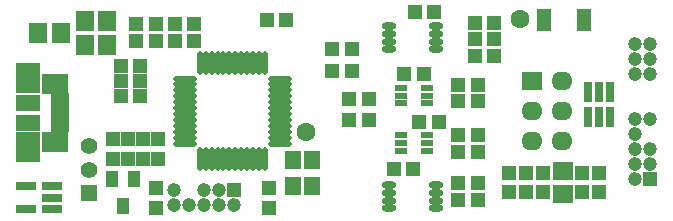
<source format=gts>
G04 Layer_Color=8388736*
%FSLAX23Y23*%
%MOIN*%
G70*
G01*
G75*
%ADD48R,0.051X0.047*%
%ADD49R,0.030X0.065*%
%ADD50R,0.065X0.030*%
%ADD51R,0.047X0.051*%
%ADD52R,0.059X0.067*%
%ADD53R,0.047X0.075*%
%ADD54O,0.020X0.079*%
%ADD55O,0.079X0.020*%
%ADD56R,0.041X0.024*%
%ADD57R,0.055X0.063*%
%ADD58R,0.083X0.102*%
%ADD59R,0.083X0.054*%
%ADD60R,0.062X0.026*%
%ADD61R,0.091X0.066*%
%ADD62R,0.067X0.059*%
%ADD63O,0.049X0.024*%
%ADD64R,0.039X0.055*%
%ADD65C,0.063*%
%ADD66C,0.047*%
%ADD67R,0.047X0.047*%
%ADD68R,0.047X0.047*%
%ADD69O,0.070X0.063*%
%ADD70R,0.070X0.063*%
%ADD71C,0.055*%
%ADD72R,0.055X0.055*%
D48*
X1642Y979D02*
D03*
X1708D02*
D03*
X1462Y1343D02*
D03*
X1528D02*
D03*
X1512Y1183D02*
D03*
X1578D02*
D03*
X1563Y1548D02*
D03*
X1497D02*
D03*
X517Y1269D02*
D03*
X583D02*
D03*
X1288Y1425D02*
D03*
X1222D02*
D03*
Y1353D02*
D03*
X1288D02*
D03*
X1070Y1523D02*
D03*
X1004D02*
D03*
X1697Y1458D02*
D03*
X1763D02*
D03*
Y1513D02*
D03*
X1697D02*
D03*
X1642Y1252D02*
D03*
X1708D02*
D03*
Y1305D02*
D03*
X1642D02*
D03*
Y1083D02*
D03*
X1708D02*
D03*
Y1138D02*
D03*
X1642D02*
D03*
X517Y1319D02*
D03*
X583D02*
D03*
Y1369D02*
D03*
X517D02*
D03*
X635Y1453D02*
D03*
X569D02*
D03*
X1493Y1025D02*
D03*
X1427D02*
D03*
X635Y1510D02*
D03*
X569D02*
D03*
X697Y1453D02*
D03*
X763D02*
D03*
X1763Y1403D02*
D03*
X1697D02*
D03*
X1642Y921D02*
D03*
X1708D02*
D03*
X1344Y1190D02*
D03*
X1278D02*
D03*
Y1258D02*
D03*
X1344D02*
D03*
X763Y1510D02*
D03*
X697D02*
D03*
D49*
X2113Y1197D02*
D03*
X2076D02*
D03*
X2150D02*
D03*
X2076Y1282D02*
D03*
X2113D02*
D03*
X2150D02*
D03*
D50*
X203Y967D02*
D03*
Y893D02*
D03*
X287Y967D02*
D03*
Y930D02*
D03*
Y893D02*
D03*
D51*
X541Y1126D02*
D03*
Y1060D02*
D03*
X591Y1126D02*
D03*
Y1060D02*
D03*
X1013Y962D02*
D03*
Y896D02*
D03*
X641Y1060D02*
D03*
Y1126D02*
D03*
X1925Y1013D02*
D03*
Y947D02*
D03*
X1869D02*
D03*
Y1013D02*
D03*
X1813Y947D02*
D03*
Y1013D02*
D03*
X634Y961D02*
D03*
Y895D02*
D03*
X491Y1126D02*
D03*
Y1060D02*
D03*
X2056Y947D02*
D03*
Y1013D02*
D03*
X2112Y947D02*
D03*
Y1013D02*
D03*
D52*
X317Y1480D02*
D03*
X243D02*
D03*
X398Y1440D02*
D03*
X472D02*
D03*
Y1520D02*
D03*
X398D02*
D03*
D53*
X1929Y1522D02*
D03*
X2063D02*
D03*
D54*
X782Y1377D02*
D03*
X801D02*
D03*
X821D02*
D03*
X841D02*
D03*
X860D02*
D03*
X880D02*
D03*
X900D02*
D03*
X920D02*
D03*
X939D02*
D03*
X959D02*
D03*
X979D02*
D03*
X998D02*
D03*
Y1059D02*
D03*
X979D02*
D03*
X959D02*
D03*
X939D02*
D03*
X920D02*
D03*
X900D02*
D03*
X880D02*
D03*
X860D02*
D03*
X841D02*
D03*
X821D02*
D03*
X801D02*
D03*
X782D02*
D03*
D55*
X1049Y1326D02*
D03*
Y1307D02*
D03*
Y1287D02*
D03*
Y1267D02*
D03*
Y1248D02*
D03*
Y1228D02*
D03*
Y1208D02*
D03*
Y1188D02*
D03*
Y1169D02*
D03*
Y1149D02*
D03*
Y1129D02*
D03*
Y1110D02*
D03*
X731D02*
D03*
Y1129D02*
D03*
Y1149D02*
D03*
Y1169D02*
D03*
Y1188D02*
D03*
Y1208D02*
D03*
Y1228D02*
D03*
Y1248D02*
D03*
Y1267D02*
D03*
Y1287D02*
D03*
Y1307D02*
D03*
Y1326D02*
D03*
D56*
X1539Y1137D02*
D03*
Y1111D02*
D03*
Y1085D02*
D03*
X1451D02*
D03*
Y1111D02*
D03*
Y1137D02*
D03*
Y1295D02*
D03*
Y1270D02*
D03*
Y1244D02*
D03*
X1539D02*
D03*
Y1270D02*
D03*
Y1295D02*
D03*
D57*
X1155Y969D02*
D03*
X1092D02*
D03*
Y1055D02*
D03*
X1155D02*
D03*
D58*
X210Y1328D02*
D03*
Y1098D02*
D03*
D59*
Y1180D02*
D03*
Y1246D02*
D03*
D60*
X314Y1213D02*
D03*
Y1187D02*
D03*
Y1162D02*
D03*
Y1264D02*
D03*
Y1239D02*
D03*
D61*
X300Y1116D02*
D03*
Y1310D02*
D03*
D62*
X1991Y1017D02*
D03*
Y943D02*
D03*
D63*
X1568Y1425D02*
D03*
Y1450D02*
D03*
Y1476D02*
D03*
Y1501D02*
D03*
X1412Y1425D02*
D03*
Y1450D02*
D03*
Y1476D02*
D03*
Y1501D02*
D03*
Y971D02*
D03*
Y946D02*
D03*
Y920D02*
D03*
Y895D02*
D03*
X1568Y971D02*
D03*
Y946D02*
D03*
Y920D02*
D03*
Y895D02*
D03*
D64*
X561Y993D02*
D03*
X487D02*
D03*
X524Y903D02*
D03*
D65*
X1136Y1149D02*
D03*
X1849Y1524D02*
D03*
D66*
X695Y905D02*
D03*
Y955D02*
D03*
X745Y905D02*
D03*
X795D02*
D03*
Y955D02*
D03*
X845Y905D02*
D03*
Y955D02*
D03*
X895Y905D02*
D03*
X2231Y992D02*
D03*
X2281Y1042D02*
D03*
X2231D02*
D03*
X2281Y1092D02*
D03*
X2231D02*
D03*
Y1142D02*
D03*
X2281Y1192D02*
D03*
X2231D02*
D03*
X2281Y1342D02*
D03*
X2231D02*
D03*
X2281Y1392D02*
D03*
X2231D02*
D03*
X2281Y1442D02*
D03*
X2231D02*
D03*
D67*
X895Y955D02*
D03*
D68*
X2281Y992D02*
D03*
D69*
X1890Y1117D02*
D03*
Y1217D02*
D03*
X1990Y1117D02*
D03*
Y1217D02*
D03*
Y1317D02*
D03*
D70*
X1890D02*
D03*
D71*
X413Y1023D02*
D03*
Y1102D02*
D03*
D72*
Y944D02*
D03*
M02*

</source>
